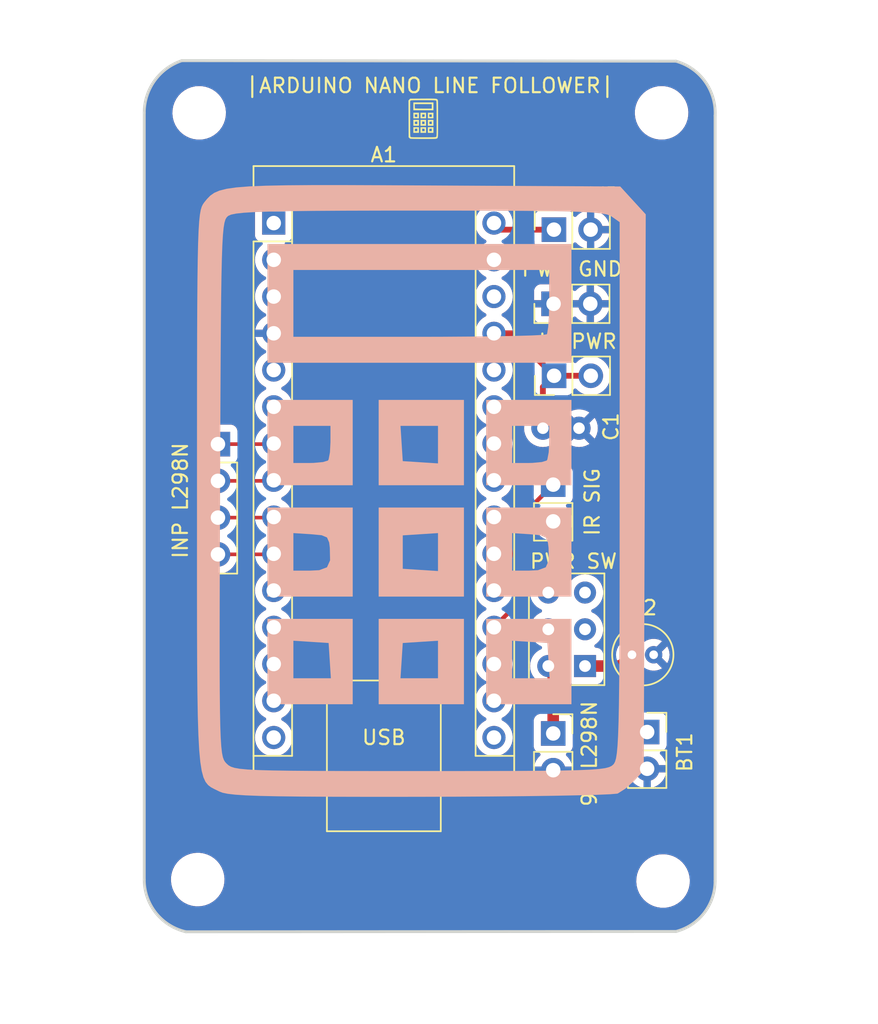
<source format=kicad_pcb>
(kicad_pcb (version 20221018) (generator pcbnew)
  (title_block (title "Arduino Nano Line Follower") (date "2023-10-10") (rev "0") (company "N/A") (comment 1 "N/A"))
  (layers (0 "F.Cu" signal) (31 "B.Cu" signal) (34 "B.Paste" user) (35 "F.Paste" user) (36 "B.SilkS" user "B.Silkscreen") (37 "F.SilkS" user "F.Silkscreen") (38 "B.Mask" user) (39 "F.Mask" user) (44 "Edge.Cuts" user))
  (net 0 "")
  (net 4 "GND")
  (net 7 "Net-(A1-D4)")
  (net 8 "Net-(A1-D5)")
  (net 9 "Net-(A1-D6)")
  (net 10 "Net-(A1-D7)")
  (net 19 "Net-(A1-A0)")
  (net 20 "Net-(A1-A1)")
  (net 27 "Net-(A1-+5V)")
  (net 29 "+5V")
  (net 30 "+9V")
  (net 31 "Net-(J5-Pin_1)")
  (footprint "Connector_PinSocket_2.54mm:PinSocket_1x02_P2.54mm_Vertical" (layer "F.Cu") (at 112.8 81.3)
    (fp_text reference "9V L298N" (at 2.5 1.4 90) (layer "F.SilkS"))
    (fp_text value "9v_gnd_l293d")
    (fp_line (start -1.33 1.27) (end -1.33 3.87) (stroke (width 0.12)) (layer "F.SilkS"))
    (fp_line (start -1.33 1.27) (end 1.33 1.27) (stroke (width 0.12)) (layer "F.SilkS"))
    (fp_line (start -1.33 3.87) (end 1.33 3.87) (stroke (width 0.12)) (layer "F.SilkS"))
    (fp_line (start 0 -1.33) (end 1.33 -1.33) (stroke (width 0.12)) (layer "F.SilkS"))
    (fp_line (start 1.33 -1.33) (end 1.33 0) (stroke (width 0.12)) (layer "F.SilkS"))
    (fp_line (start 1.33 1.27) (end 1.33 3.87) (stroke (width 0.12)) (layer "F.SilkS"))
    (pad "1" thru_hole rect (at 0 0) (size 1.7 1.7) (drill 1) (layers "*.Cu" "*.Mask") (net 31 "Net-(J5-Pin_1)"))
    (pad "2" thru_hole oval (at 0 2.54) (size 1.7 1.7) (drill 1) (layers "*.Cu" "*.Mask") (net 4 "GND"))
  )
  (footprint "Button_Switch_THT:SW_NKK_G1xJP" (layer "F.Cu") (at 115 76.64 180)
    (fp_text reference "PWR SW" (at 0.8 7.24) (layer "F.SilkS"))
    (fp_text value "pwr_switch")
    (fp_line (start -1.34112 -1.3208) (end 3.88112 -1.3208) (stroke (width 0.12)) (layer "F.SilkS"))
    (fp_line (start -1.34112 6.4008) (end -1.34112 -1.3208) (stroke (width 0.12)) (layer "F.SilkS"))
    (fp_line (start -1.34112 6.4008) (end 3.88112 6.4008) (stroke (width 0.12)) (layer "F.SilkS"))
    (fp_line (start 3.88112 -1.3208) (end 3.88112 6.4008) (stroke (width 0.12)) (layer "F.SilkS"))
    (pad "1" thru_hole rect (at 0 0 180) (size 1.524 1.524) (drill 0.8128) (layers "*.Cu" "*.Mask") (net 30 "+9V"))
    (pad "2" thru_hole circle (at 0 2.54 180) (size 1.524 1.524) (drill 0.8128) (layers "*.Cu" "*.Mask"))
    (pad "3" thru_hole circle (at 0 5.08 180) (size 1.524 1.524) (drill 0.8128) (layers "*.Cu" "*.Mask"))
    (pad "4" thru_hole circle (at 2.54 5.08 180) (size 1.524 1.524) (drill 0.8128) (layers "*.Cu" "*.Mask"))
    (pad "5" thru_hole circle (at 2.54 2.54 180) (size 1.524 1.524) (drill 0.8128) (layers "*.Cu" "*.Mask"))
    (pad "6" thru_hole circle (at 2.54 0 180) (size 1.524 1.524) (drill 0.8128) (layers "*.Cu" "*.Mask") (net 31 "Net-(J5-Pin_1)"))
  )
  (footprint "Connector_PinHeader_2.54mm:PinHeader_1x02_P2.54mm_Vertical" (layer "F.Cu") (at 112.8 64.1)
    (fp_text reference "IR SIG" (at 2.7 1.2 90) (layer "F.SilkS"))
    (fp_text value "ir_signal")
    (fp_line (start -1.33 -1.33) (end 0 -1.33) (stroke (width 0.12)) (layer "F.SilkS"))
    (fp_line (start -1.33 0) (end -1.33 -1.33) (stroke (width 0.12)) (layer "F.SilkS"))
    (fp_line (start -1.33 1.27) (end -1.33 3.87) (stroke (width 0.12)) (layer "F.SilkS"))
    (fp_line (start -1.33 1.27) (end 1.33 1.27) (stroke (width 0.12)) (layer "F.SilkS"))
    (fp_line (start -1.33 3.87) (end 1.33 3.87) (stroke (width 0.12)) (layer "F.SilkS"))
    (fp_line (start 1.33 1.27) (end 1.33 3.87) (stroke (width 0.12)) (layer "F.SilkS"))
    (pad "1" thru_hole rect (at 0 0) (size 1.7 1.7) (drill 1) (layers "*.Cu" "*.Mask") (net 20 "Net-(A1-A1)"))
    (pad "2" thru_hole oval (at 0 2.54) (size 1.7 1.7) (drill 1) (layers "*.Cu" "*.Mask") (net 19 "Net-(A1-A0)"))
  )
  (footprint "Connector_PinHeader_2.54mm:PinHeader_1x02_P2.54mm_Vertical" (layer "F.Cu") (at 112.825 51.6 90)
    (fp_text reference "PWR GND" (at 2.4 1.275 180) (layer "F.SilkS"))
    (fp_text value "gnd_ir_sensors_pins")
    (fp_line (start -1.33 -1.33) (end 0 -1.33) (stroke (width 0.12)) (layer "F.SilkS"))
    (fp_line (start -1.33 0) (end -1.33 -1.33) (stroke (width 0.12)) (layer "F.SilkS"))
    (fp_line (start -1.33 1.27) (end -1.33 3.87) (stroke (width 0.12)) (layer "F.SilkS"))
    (fp_line (start -1.33 1.27) (end 1.33 1.27) (stroke (width 0.12)) (layer "F.SilkS"))
    (fp_line (start -1.33 3.87) (end 1.33 3.87) (stroke (width 0.12)) (layer "F.SilkS"))
    (fp_line (start 1.33 1.27) (end 1.33 3.87) (stroke (width 0.12)) (layer "F.SilkS"))
    (pad "1" thru_hole rect (at 0 0 90) (size 1.7 1.7) (drill 1) (layers "*.Cu" "*.Mask") (net 4 "GND"))
    (pad "2" thru_hole oval (at 0 2.54 90) (size 1.7 1.7) (drill 1) (layers "*.Cu" "*.Mask") (net 4 "GND"))
  )
  (footprint "Connector_PinSocket_2.54mm:PinSocket_1x02_P2.54mm_Vertical" (layer "F.Cu") (at 119.3 81.2)
    (fp_text reference "BT1" (at 2.6 1.4 90) (layer "F.SilkS"))
    (fp_text value "Battery")
    (fp_line (start -1.33 1.27) (end -1.33 3.87) (stroke (width 0.12)) (layer "F.SilkS"))
    (fp_line (start -1.33 1.27) (end 1.33 1.27) (stroke (width 0.12)) (layer "F.SilkS"))
    (fp_line (start -1.33 3.87) (end 1.33 3.87) (stroke (width 0.12)) (layer "F.SilkS"))
    (fp_line (start 0 -1.33) (end 1.33 -1.33) (stroke (width 0.12)) (layer "F.SilkS"))
    (fp_line (start 1.33 -1.33) (end 1.33 0) (stroke (width 0.12)) (layer "F.SilkS"))
    (fp_line (start 1.33 1.27) (end 1.33 3.87) (stroke (width 0.12)) (layer "F.SilkS"))
    (pad "1" thru_hole rect (at 0 0) (size 1.7 1.7) (drill 1) (layers "*.Cu" "*.Mask") (net 30 "+9V"))
    (pad "2" thru_hole oval (at 0 2.54) (size 1.7 1.7) (drill 1) (layers "*.Cu" "*.Mask") (net 4 "GND"))
  )
  (footprint "MountingHole:MountingHole_3.2mm_M3" (layer "F.Cu") (at 88.2 91.4)
    (fp_text reference "REF**" hide)
    (fp_text value "MountingHole_3.2mm_M3")
    (pad "" np_thru_hole circle (at 0 0) (size 3.2 3.2) (drill 3.2) (layers "F&B.Cu" "*.Mask"))
  )
  (footprint "MountingHole:MountingHole_3.2mm_M3" (layer "F.Cu") (at 120.4 91.5)
    (fp_text reference "REF**" hide)
    (fp_text value "MountingHole_3.2mm_M3")
    (pad "" np_thru_hole circle (at 0 0) (size 3.2 3.2) (drill 3.2) (layers "F&B.Cu" "*.Mask"))
  )
  (footprint "Capacitor_THT:C_Radial_D4.0mm_H5.0mm_P1.50mm" (layer "F.Cu") (at 118.25 75.86)
    (fp_text reference "C2" (at 0.75 -3.25) (layer "F.SilkS"))
    (fp_text value "10u")
    (fp_circle (center 0.75 0) (end 2.87 0) (stroke (width 0.12)) (fill none) (layer "F.SilkS"))
    (pad "1" thru_hole circle (at 0 0) (size 1.2 1.2) (drill 0.6) (layers "*.Cu" "*.Mask") (net 30 "+9V"))
    (pad "2" thru_hole circle (at 1.5 0) (size 1.2 1.2) (drill 0.6) (layers "*.Cu" "*.Mask") (net 4 "GND"))
  )
  (footprint "Capacitor_THT:C_Disc_D3.0mm_W1.6mm_P2.50mm" (layer "F.Cu") (at 112.085 60.2)
    (fp_text reference "C1" (at 4.715 -0.1 90) (layer "F.SilkS"))
    (fp_text value "100n")
    (fp_line (start 0.621 -0.92) (end 1.879 -0.92) (stroke (width 0.12)) (layer "F.SilkS"))
    (fp_line (start 0.621 0.92) (end 1.879 0.92) (stroke (width 0.12)) (layer "F.SilkS"))
    (pad "1" thru_hole circle (at 0 0) (size 1.6 1.6) (drill 0.8) (layers "*.Cu" "*.Mask") (net 27 "Net-(A1-+5V)"))
    (pad "2" thru_hole circle (at 2.5 0) (size 1.6 1.6) (drill 0.8) (layers "*.Cu" "*.Mask") (net 4 "GND"))
  )
  (footprint "Connector_PinHeader_2.54mm:PinHeader_1x04_P2.54mm_Vertical" (layer "F.Cu") (at 89.6 61.3)
    (fp_text reference "INP L298N" (at -2.6 3.9 90) (layer "F.SilkS"))
    (fp_text value "l298_input_pins")
    (fp_line (start -1.33 -1.33) (end 0 -1.33) (stroke (width 0.12)) (layer "F.SilkS"))
    (fp_line (start -1.33 0) (end -1.33 -1.33) (stroke (width 0.12)) (layer "F.SilkS"))
    (fp_line (start -1.33 1.27) (end -1.33 8.95) (stroke (width 0.12)) (layer "F.SilkS"))
    (fp_line (start -1.33 1.27) (end 1.33 1.27) (stroke (width 0.12)) (layer "F.SilkS"))
    (fp_line (start -1.33 8.95) (end 1.33 8.95) (stroke (width 0.12)) (layer "F.SilkS"))
    (fp_line (start 1.33 1.27) (end 1.33 8.95) (stroke (width 0.12)) (layer "F.SilkS"))
    (pad "1" thru_hole rect (at 0 0) (size 1.7 1.7) (drill 1) (layers "*.Cu" "*.Mask") (net 7 "Net-(A1-D4)"))
    (pad "2" thru_hole oval (at 0 2.54) (size 1.7 1.7) (drill 1) (layers "*.Cu" "*.Mask") (net 8 "Net-(A1-D5)"))
    (pad "3" thru_hole oval (at 0 5.08) (size 1.7 1.7) (drill 1) (layers "*.Cu" "*.Mask") (net 9 "Net-(A1-D6)"))
    (pad "4" thru_hole oval (at 0 7.62) (size 1.7 1.7) (drill 1) (layers "*.Cu" "*.Mask") (net 10 "Net-(A1-D7)"))
  )
  (footprint "graphics:pcb_logo_3mmx3mm" (layer "F.Cu") (at 103.8 38.8)
    (fp_text reference "G***" hide)
    (fp_text value "LOGO" hide)
    (fp_poly (pts (xy -0.288251 0.788452) (xy -0.288251 0.983445) (xy -0.483244 0.983445) (xy -0.678237 0.983445) (xy -0.678237 0.864753) (xy -0.57836 0.864753) (xy -0.492651 0.864753) (xy -0.406942 0.864753) (xy -0.406942 0.779045) (xy -0.406942 0.693336) (xy -0.487483 0.698504) (xy -0.568024 0.703672) (xy -0.573192 0.784213) (xy -0.57836 0.864753) (xy -0.678237 0.864753) (xy -0.678237 0.788452) (xy -0.678237 0.593458) (xy -0.483244 0.593458) (xy -0.288251 0.593458)) (fill solid) (layer "F.SilkS"))
    (fp_poly (pts (xy 0.203472 -0.211949) (xy 0.203472 -0.016956) (xy 0.008478 -0.016956) (xy -0.186515 -0.016956) (xy -0.186515 -0.211949) (xy -0.186515 -0.288251) (xy -0.067823 -0.288251) (xy -0.067823 -0.202542) (xy -0.067823 -0.116833) (xy 0.012717 -0.122001) (xy 0.093258 -0.127169) (xy 0.098426 -0.20771) (xy 0.103594 -0.288251) (xy 0.017885 -0.288251) (xy -0.067823 -0.288251) (xy -0.186515 -0.288251) (xy -0.186515 -0.406942) (xy 0.008478 -0.406942) (xy 0.203472 -0.406942)) (fill solid) (layer "F.SilkS"))
    (fp_poly (pts (xy 0.203472 0.288251) (xy 0.203472 0.491723) (xy 0.008478 0.491723) (xy -0.186515 0.491723) (xy -0.186515 0.288251) (xy -0.186515 0.201614) (xy -0.067823 0.201614) (xy -0.067823 0.288251) (xy -0.067823 0.374889) (xy 0.012717 0.369721) (xy 0.093258 0.364553) (xy 0.093258 0.288251) (xy 0.093258 0.21195) (xy 0.012717 0.206782) (xy -0.067823 0.201614) (xy -0.186515 0.201614) (xy -0.186515 0.08478) (xy 0.008478 0.08478) (xy 0.203472 0.08478)) (fill solid) (layer "F.SilkS"))
    (fp_poly (pts (xy 0.203472 0.788452) (xy 0.203472 0.983445) (xy 0.008478 0.983445) (xy -0.186515 0.983445) (xy -0.186515 0.788452) (xy -0.186515 0.693336) (xy -0.067823 0.693336) (xy -0.067823 0.779045) (xy -0.067823 0.864753) (xy 0.017885 0.864753) (xy 0.103594 0.864753) (xy 0.098426 0.784213) (xy 0.093258 0.703672) (xy 0.012717 0.698504) (xy -0.067823 0.693336) (xy -0.186515 0.693336) (xy -0.186515 0.593458) (xy 0.008478 0.593458) (xy 0.203472 0.593458)) (fill solid) (layer "F.SilkS"))
    (fp_poly (pts (xy 0.71215 0.788452) (xy 0.71215 0.983445) (xy 0.517157 0.983445) (xy 0.322163 0.983445) (xy 0.322163 0.864753) (xy 0.422041 0.864753) (xy 0.50775 0.864753) (xy 0.593458 0.864753) (xy 0.593458 0.779045) (xy 0.593458 0.693336) (xy 0.512918 0.698504) (xy 0.432377 0.703672) (xy 0.427209 0.784213) (xy 0.422041 0.864753) (xy 0.322163 0.864753) (xy 0.322163 0.788452) (xy 0.322163 0.593458) (xy 0.517157 0.593458) (xy 0.71215 0.593458)) (fill solid) (layer "F.SilkS"))
    (fp_poly (pts (xy -0.288251 -0.211949) (xy -0.288251 -0.016956) (xy -0.483244 -0.016956) (xy -0.678237 -0.016956) (xy -0.678237 -0.211949) (xy -0.678237 -0.288251) (xy -0.576502 -0.288251) (xy -0.576502 -0.214775) (xy -0.574097 -0.167194) (xy -0.568059 -0.135257) (xy -0.565198 -0.129995) (xy -0.542615 -0.123045) (xy -0.499387 -0.119061) (xy -0.480418 -0.118691) (xy -0.406942 -0.118691) (xy -0.406942 -0.203471) (xy -0.406942 -0.288251) (xy -0.491722 -0.288251) (xy -0.576502 -0.288251) (xy -0.678237 -0.288251) (xy -0.678237 -0.406942) (xy -0.483244 -0.406942) (xy -0.288251 -0.406942)) (fill solid) (layer "F.SilkS"))
    (fp_poly (pts (xy -0.288251 0.288251) (xy -0.288251 0.491723) (xy -0.483244 0.491723) (xy -0.678237 0.491723) (xy -0.678237 0.325992) (xy -0.574719 0.325992) (xy -0.560589 0.357755) (xy -0.525016 0.371003) (xy -0.483776 0.373031) (xy -0.406942 0.373031) (xy -0.406942 0.287322) (xy -0.406942 0.201614) (xy -0.487483 0.206782) (xy -0.536245 0.211404) (xy -0.560716 0.221649) (xy -0.570491 0.244424) (xy -0.573457 0.268671) (xy -0.574719 0.325992) (xy -0.678237 0.325992) (xy -0.678237 0.288251) (xy -0.678237 0.08478) (xy -0.483244 0.08478) (xy -0.288251 0.08478)) (fill solid) (layer "F.SilkS"))
    (fp_poly (pts (xy 0.71215 -0.211949) (xy 0.71215 -0.016956) (xy 0.517157 -0.016956) (xy 0.322163 -0.016956) (xy 0.322163 -0.211949) (xy 0.322163 -0.288251) (xy 0.423899 -0.288251) (xy 0.423899 -0.214775) (xy 0.426304 -0.167194) (xy 0.432341 -0.135257) (xy 0.435203 -0.129995) (xy 0.457785 -0.123045) (xy 0.501014 -0.119061) (xy 0.519983 -0.118691) (xy 0.593458 -0.118691) (xy 0.593458 -0.203471) (xy 0.593458 -0.288251) (xy 0.508679 -0.288251) (xy 0.423899 -0.288251) (xy 0.322163 -0.288251) (xy 0.322163 -0.406942) (xy 0.517157 -0.406942) (xy 0.71215 -0.406942)) (fill solid) (layer "F.SilkS"))
    (fp_poly (pts (xy 0.71215 0.288251) (xy 0.71215 0.491723) (xy 0.517157 0.491723) (xy 0.322163 0.491723) (xy 0.322163 0.325992) (xy 0.425681 0.325992) (xy 0.439811 0.357755) (xy 0.475385 0.371003) (xy 0.516624 0.373031) (xy 0.593458 0.373031) (xy 0.593458 0.287322) (xy 0.593458 0.201614) (xy 0.512918 0.206782) (xy 0.464155 0.211404) (xy 0.439684 0.221649) (xy 0.429909 0.244424) (xy 0.426943 0.268671) (xy 0.425681 0.325992) (xy 0.322163 0.325992) (xy 0.322163 0.288251) (xy 0.322163 0.08478) (xy 0.517157 0.08478) (xy 0.71215 0.08478)) (fill solid) (layer "F.SilkS"))
    (fp_poly (pts (xy 0.71215 -0.847797) (xy 0.71215 -0.576502) (xy 0.016956 -0.576502) (xy -0.678237 -0.576502) (xy -0.678237 -0.847797) (xy -0.678237 -1.0004) (xy -0.576502 -1.0004) (xy -0.576502 -0.859101) (xy -0.575229 -0.792879) (xy -0.57184 -0.740288) (xy -0.566982 -0.710052) (xy -0.565198 -0.706497) (xy -0.546144 -0.703819) (xy -0.497184 -0.701367) (xy -0.422325 -0.699219) (xy -0.325571 -0.697453) (xy -0.210929 -0.696145) (xy -0.082405 -0.695373) (xy 0.019782 -0.695193) (xy 0.593458 -0.695193) (xy 0.593458 -0.847797) (xy 0.593458 -1.0004) (xy 0.008478 -1.0004) (xy -0.576502 -1.0004) (xy -0.678237 -1.0004) (xy -0.678237 -1.119092) (xy 0.016956 -1.119092) (xy 0.71215 -1.119092)) (fill solid) (layer "F.SilkS"))
    (fp_poly (pts (xy 0.505528 -1.388219) (xy 0.624049 -1.387366) (xy 0.719834 -1.385463) (xy 0.79568 -1.382297) (xy 0.854379 -1.377656) (xy 0.898726 -1.371328) (xy 0.931516 -1.3631) (xy 0.955541 -1.352762) (xy 0.973597 -1.3401) (xy 0.988478 -1.324902) (xy 1.000976 -1.309503) (xy 1.007208 -1.30074) (xy 1.012611 -1.289845) (xy 1.017245 -1.274482) (xy 1.021167 -1.252319) (xy 1.024438 -1.22102) (xy 1.027117 -1.178251) (xy 1.029262 -1.121678) (xy 1.030932 -1.048966) (xy 1.032188 -0.957781) (xy 1.033087 -0.845788) (xy 1.033689 -0.710654) (xy 1.034054 -0.550043) (xy 1.03424 -0.361621) (xy 1.034306 -0.143055) (xy 1.034313 0.006992) (xy 1.034353 0.249892) (xy 1.034359 0.461169) (xy 1.034162 0.643112) (xy 1.033593 0.798009) (xy 1.032481 0.928147) (xy 1.030658 1.035817) (xy 1.027953 1.123307) (xy 1.024196 1.192904) (xy 1.019219 1.246898) (xy 1.012851 1.287577) (xy 1.004923 1.31723) (xy 0.995265 1.338145) (xy 0.983708 1.35261) (xy 0.970082 1.362915) (xy 0.954217 1.371347) (xy 0.935944 1.380195) (xy 0.93239 1.382006) (xy 0.917138 1.387775) (xy 0.893754 1.392609) (xy 0.859475 1.396579) (xy 0.811539 1.399759) (xy 0.74718 1.402223) (xy 0.663635 1.404043) (xy 0.558141 1.405291) (xy 0.427935 1.406042) (xy 0.270252 1.406368) (xy 0.08233 1.406342) (xy 0.013559 1.406269) (xy -0.155965 1.405793) (xy -0.315886 1.40483) (xy -0.462865 1.403437) (xy -0.593568 1.401669) (xy -0.704658 1.399582) (xy -0.792798 1.397231) (xy -0.854652 1.394672) (xy -0.886884 1.391962) (xy -0.890187 1.391167) (xy -0.924773 1.369273) (xy -0.96336 1.334844) (xy -0.966488 1.331536) (xy -1.008878 1.285931) (xy -1.013433 0.015691) (xy -1.013475 0.003866) (xy -0.898665 0.003866) (xy -0.898614 0.238239) (xy -0.898426 0.441035) (xy -0.898049 0.614589) (xy -0.897432 0.761236) (xy -0.89652 0.88331) (xy -0.895263 0.983146) (xy -0.893608 1.063079) (xy -0.891503 1.125444) (xy -0.888896 1.172576) (xy -0.885733 1.206809) (xy -0.881964 1.230479) (xy -0.877535 1.245919) (xy -0.872395 1.255465) (xy -0.870603 1.257644) (xy -0.862737 1.264634) (xy -0.850984 1.27049) (xy -0.832501 1.275311) (xy -0.804445 1.279198) (xy -0.763976 1.28225) (xy -0.708249 1.284568) (xy -0.634423 1.286251) (xy -0.539656 1.2874) (xy -0.421104 1.288113) (xy -0.275926 1.288492) (xy -0.101279 1.288636) (xy 0.011106 1.288652) (xy 0.203173 1.288617) (xy 0.364199 1.288438) (xy 0.497057 1.288004) (xy 0.604618 1.287204) (xy 0.689755 1.285929) (xy 0.755338 1.284066) (xy 0.80424 1.281506) (xy 0.839333 1.278137) (xy 0.863488 1.273849) (xy 0.879576 1.268531) (xy 0.890471 1.262073) (xy 0.898993 1.254412) (xy 0.905514 1.247282) (xy 0.911139 1.238285) (xy 0.915924 1.22505) (xy 0.919924 1.205206) (xy 0.923196 1.17638) (xy 0.925796 1.136201) (xy 0.92778 1.082298) (xy 0.929204 1.012297) (xy 0.930124 0.923829) (xy 0.930596 0.81452) (xy 0.930676 0.682) (xy 0.930419 0.523896) (xy 0.929883 0.337837) (xy 0.929123 0.12145) (xy 0.928666 -0.001699) (xy 0.927771 -0.234621) (xy 0.926905 -0.435983) (xy 0.925997 -0.608135) (xy 0.924976 -0.753427) (xy 0.923772 -0.874211) (xy 0.922313 -0.972837) (xy 0.920529 -1.051656) (xy 0.918349 -1.113019) (xy 0.915703 -1.159276) (xy 0.91252 -1.192779) (xy 0.908729 -1.215877) (xy 0.90426 -1.230923) (xy 0.899041 -1.240266) (xy 0.893002 -1.246258) (xy 0.891185 -1.247633) (xy 0.878756 -1.253229) (xy 0.856294 -1.257918) (xy 0.82111 -1.261776) (xy 0.770518 -1.264875) (xy 0.70183 -1.26729) (xy 0.612359 -1.269095) (xy 0.499418 -1.270364) (xy 0.360319 -1.271171) (xy 0.192376 -1.271589) (xy 0.017488 -1.271695) (xy -0.175885 -1.271589) (xy -0.338168 -1.271215) (xy -0.472184 -1.270487) (xy -0.580754 -1.269321) (xy -0.666701 -1.267632) (xy -0.732845 -1.265336) (xy -0.78201 -1.262347) (xy -0.817016 -1.258581) (xy -0.840687 -1.253952) (xy -0.855843 -1.248377) (xy -0.86098 -1.2453) (xy -0.898665 -1.218905) (xy -0.898665 0.003866) (xy -1.013475 0.003866) (xy -1.017987 -1.254548) (xy -0.959638 -1.318229) (xy -0.901289 -1.381909) (xy -0.014382 -1.386595) (xy 0.189107 -1.387622) (xy 0.361479 -1.388233)) (fill solid) (layer "F.SilkS"))
  )
  (footprint "MountingHole:MountingHole_3.2mm_M3" (layer "F.Cu") (at 120.3 38.4)
    (fp_text reference "REF**" hide)
    (fp_text value "MountingHole_3.2mm_M3")
    (pad "" np_thru_hole circle (at 0 0) (size 3.2 3.2) (drill 3.2) (layers "F&B.Cu" "*.Mask"))
  )
  (footprint "MountingHole:MountingHole_3.2mm_M3" (layer "F.Cu") (at 88.3 38.4)
    (fp_text reference "REF**" hide)
    (fp_text value "MountingHole_3.2mm_M3")
    (pad "" np_thru_hole circle (at 0 0) (size 3.2 3.2) (drill 3.2) (layers "*.Cu" "*.Mask"))
  )
  (footprint "Module:Arduino_Nano" (layer "F.Cu") (at 93.46 46.02)
    (fp_text reference "A1" (at 7.62 -4.72) (layer "F.SilkS"))
    (fp_text value "Arduino_Nano_Every")
    (fp_text user "USB" (at 7.62 35.56 unlocked) (layer "F.SilkS"))
    (fp_line (start -1.4 -3.94) (end -1.4 -1.27) (stroke (width 0.12)) (layer "F.SilkS"))
    (fp_line (start -1.4 1.27) (end -1.4 39.5) (stroke (width 0.12)) (layer "F.SilkS"))
    (fp_line (start -1.4 39.5) (end 3.68 39.5) (stroke (width 0.12)) (layer "F.SilkS"))
    (fp_line (start 1.27 -1.27) (end -1.4 -1.27) (stroke (width 0.12)) (layer "F.SilkS"))
    (fp_line (start 1.27 1.27) (end -1.4 1.27) (stroke (width 0.12)) (layer "F.SilkS"))
    (fp_line (start 1.27 1.27) (end 1.27 -1.27) (stroke (width 0.12)) (layer "F.SilkS"))
    (fp_line (start 1.27 1.27) (end 1.27 36.83) (stroke (width 0.12)) (layer "F.SilkS"))
    (fp_line (start 1.27 36.83) (end -1.4 36.83) (stroke (width 0.12)) (layer "F.SilkS"))
    (fp_line (start 3.68 31.62) (end 11.56 31.62) (stroke (width 0.12)) (layer "F.SilkS"))
    (fp_line (start 3.68 42.04) (end 3.68 31.62) (stroke (width 0.12)) (layer "F.SilkS"))
    (fp_line (start 11.56 31.62) (end 11.56 42.04) (stroke (width 0.12)) (layer "F.SilkS"))
    (fp_line (start 11.56 42.04) (end 3.68 42.04) (stroke (width 0.12)) (layer "F.SilkS"))
    (fp_line (start 13.97 -1.27) (end 13.97 36.83) (stroke (width 0.12)) (layer "F.SilkS"))
    (fp_line (start 13.97 -1.27) (end 16.64 -1.27) (stroke (width 0.12)) (layer "F.SilkS"))
    (fp_line (start 13.97 36.83) (end 16.64 36.83) (stroke (width 0.12)) (layer "F.SilkS"))
    (fp_line (start 16.64 -3.94) (end -1.4 -3.94) (stroke (width 0.12)) (layer "F.SilkS"))
    (fp_line (start 16.64 39.5) (end 11.56 39.5) (stroke (width 0.12)) (layer "F.SilkS"))
    (fp_line (start 16.64 39.5) (end 16.64 -3.94) (stroke (width 0.12)) (layer "F.SilkS"))
    (pad "1" thru_hole rect (at 0 0) (size 1.6 1.6) (drill 1) (layers "*.Cu" "*.Mask"))
    (pad "2" thru_hole oval (at 0 2.54) (size 1.6 1.6) (drill 1) (layers "*.Cu" "*.Mask"))
    (pad "3" thru_hole oval (at 0 5.08) (size 1.6 1.6) (drill 1) (layers "*.Cu" "*.Mask"))
    (pad "4" thru_hole oval (at 0 7.62) (size 1.6 1.6) (drill 1) (layers "*.Cu" "*.Mask") (net 4 "GND"))
    (pad "5" thru_hole oval (at 0 10.16) (size 1.6 1.6) (drill 1) (layers "*.Cu" "*.Mask"))
    (pad "6" thru_hole oval (at 0 12.7) (size 1.6 1.6) (drill 1) (layers "*.Cu" "*.Mask"))
    (pad "7" thru_hole oval (at 0 15.24) (size 1.6 1.6) (drill 1) (layers "*.Cu" "*.Mask") (net 7 "Net-(A1-D4)"))
    (pad "8" thru_hole oval (at 0 17.78) (size 1.6 1.6) (drill 1) (layers "*.Cu" "*.Mask") (net 8 "Net-(A1-D5)"))
    (pad "9" thru_hole oval (at 0 20.32) (size 1.6 1.6) (drill 1) (layers "*.Cu" "*.Mask") (net 9 "Net-(A1-D6)"))
    (pad "10" thru_hole oval (at 0 22.86) (size 1.6 1.6) (drill 1) (layers "*.Cu" "*.Mask") (net 10 "Net-(A1-D7)"))
    (pad "11" thru_hole oval (at 0 25.4) (size 1.6 1.6) (drill 1) (layers "*.Cu" "*.Mask"))
    (pad "12" thru_hole oval (at 0 27.94) (size 1.6 1.6) (drill 1) (layers "*.Cu" "*.Mask"))
    (pad "13" thru_hole oval (at 0 30.48) (size 1.6 1.6) (drill 1) (layers "*.Cu" "*.Mask"))
    (pad "14" thru_hole oval (at 0 33.02) (size 1.6 1.6) (drill 1) (layers "*.Cu" "*.Mask"))
    (pad "15" thru_hole oval (at 0 35.56) (size 1.6 1.6) (drill 1) (layers "*.Cu" "*.Mask"))
    (pad "16" thru_hole oval (at 15.24 35.56) (size 1.6 1.6) (drill 1) (layers "*.Cu" "*.Mask"))
    (pad "17" thru_hole oval (at 15.24 33.02) (size 1.6 1.6) (drill 1) (layers "*.Cu" "*.Mask"))
    (pad "18" thru_hole oval (at 15.24 30.48) (size 1.6 1.6) (drill 1) (layers "*.Cu" "*.Mask"))
    (pad "19" thru_hole oval (at 15.24 27.94) (size 1.6 1.6) (drill 1) (layers "*.Cu" "*.Mask") (net 19 "Net-(A1-A0)"))
    (pad "20" thru_hole oval (at 15.24 25.4) (size 1.6 1.6) (drill 1) (layers "*.Cu" "*.Mask") (net 20 "Net-(A1-A1)"))
    (pad "21" thru_hole oval (at 15.24 22.86) (size 1.6 1.6) (drill 1) (layers "*.Cu" "*.Mask"))
    (pad "22" thru_hole oval (at 15.24 20.32) (size 1.6 1.6) (drill 1) (layers "*.Cu" "*.Mask"))
    (pad "23" thru_hole oval (at 15.24 17.78) (size 1.6 1.6) (drill 1) (layers "*.Cu" "*.Mask"))
    (pad "24" thru_hole oval (at 15.24 15.24) (size 1.6 1.6) (drill 1) (layers "*.Cu" "*.Mask"))
    (pad "25" thru_hole oval (at 15.24 12.7) (size 1.6 1.6) (drill 1) (layers "*.Cu" "*.Mask"))
    (pad "26" thru_hole oval (at 15.24 10.16) (size 1.6 1.6) (drill 1) (layers "*.Cu" "*.Mask"))
    (pad "27" thru_hole oval (at 15.24 7.62) (size 1.6 1.6) (drill 1) (layers "*.Cu" "*.Mask") (net 27 "Net-(A1-+5V)"))
    (pad "28" thru_hole oval (at 15.24 5.08) (size 1.6 1.6) (drill 1) (layers "*.Cu" "*.Mask"))
    (pad "29" thru_hole oval (at 15.24 2.54) (size 1.6 1.6) (drill 1) (layers "*.Cu" "*.Mask") (net 4 "GND"))
    (pad "30" thru_hole oval (at 15.24 0) (size 1.6 1.6) (drill 1) (layers "*.Cu" "*.Mask") (net 29 "+5V"))
  )
  (footprint "Connector_PinSocket_2.54mm:PinSocket_1x02_P2.54mm_Vertical" (layer "F.Cu") (at 112.85 46.475 90)
    (fp_text reference "ARD PWR" (at 2.375 1.15 180) (layer "F.SilkS"))
    (fp_text value "arduino_vcc_gnd")
    (fp_line (start -1.33 1.27) (end -1.33 3.87) (stroke (width 0.12)) (layer "F.SilkS"))
    (fp_line (start -1.33 1.27) (end 1.33 1.27) (stroke (width 0.12)) (layer "F.SilkS"))
    (fp_line (start -1.33 3.87) (end 1.33 3.87) (stroke (width 0.12)) (layer "F.SilkS"))
    (fp_line (start 0 -1.33) (end 1.33 -1.33) (stroke (width 0.12)) (layer "F.SilkS"))
    (fp_line (start 1.33 -1.33) (end 1.33 0) (stroke (width 0.12)) (layer "F.SilkS"))
    (fp_line (start 1.33 1.27) (end 1.33 3.87) (stroke (width 0.12)) (layer "F.SilkS"))
    (pad "1" thru_hole rect (at 0 0 90) (size 1.7 1.7) (drill 1) (layers "*.Cu" "*.Mask") (net 29 "+5V"))
    (pad "2" thru_hole oval (at 0 2.54 90) (size 1.7 1.7) (drill 1) (layers "*.Cu" "*.Mask") (net 4 "GND"))
  )
  (footprint "Connector_PinHeader_2.54mm:PinHeader_1x02_P2.54mm_Vertical" (layer "F.Cu") (at 112.86 56.575 90)
    (fp_text reference "IR PWR" (at 2.375 1.64 180) (layer "F.SilkS"))
    (fp_text value "5v_ir_sensors_pins")
    (fp_line (start -1.33 -1.33) (end 0 -1.33) (stroke (width 0.12)) (layer "F.SilkS"))
    (fp_line (start -1.33 0) (end -1.33 -1.33) (stroke (width 0.12)) (layer "F.SilkS"))
    (fp_line (start -1.33 1.27) (end -1.33 3.87) (stroke (width 0.12)) (layer "F.SilkS"))
    (fp_line (start -1.33 1.27) (end 1.33 1.27) (stroke (width 0.12)) (layer "F.SilkS"))
    (fp_line (start -1.33 3.87) (end 1.33 3.87) (stroke (width 0.12)) (layer "F.SilkS"))
    (fp_line (start 1.33 1.27) (end 1.33 3.87) (stroke (width 0.12)) (layer "F.SilkS"))
    (pad "1" thru_hole rect (at 0 0 90) (size 1.7 1.7) (drill 1) (layers "*.Cu" "*.Mask") (net 27 "Net-(A1-+5V)"))
    (pad "2" thru_hole oval (at 0 2.54 90) (size 1.7 1.7) (drill 1) (layers "*.Cu" "*.Mask") (net 27 "Net-(A1-+5V)"))
  )
  (footprint "graphics:pcb_logo_45mmx45mm" (layer "B.Cu") (at 103.8 64.4 180)
    (fp_text reference "G***" hide)
    (fp_text value "LOGO" hide)
    (fp_poly (pts (xy -4.361616 -11.930303) (xy -4.361616 -14.880808) (xy -7.312121 -14.880808) (xy -10.262626 -14.880808) (xy -10.262626 -13.084849) (xy -8.751347 -13.084849) (xy -7.454461 -13.084849) (xy -6.157575 -13.084849) (xy -6.157575 -11.787963) (xy -6.157575 -10.491077) (xy -7.376262 -10.569276) (xy -8.594949 -10.647475) (xy -8.673148 -11.866162) (xy -8.751347 -13.084849) (xy -10.262626 -13.084849) (xy -10.262626 -11.930303) (xy -10.262626 -8.979798) (xy -7.312121 -8.979798) (xy -4.361616 -8.979798)) (fill solid) (layer "B.SilkS"))
    (fp_poly (pts (xy 3.078788 -11.930303) (xy 3.078788 -14.880808) (xy 0.128283 -14.880808) (xy -2.822222 -14.880808) (xy -2.822222 -11.930303) (xy -2.822222 -10.491077) (xy -1.026262 -10.491077) (xy -1.026262 -11.787963) (xy -1.026262 -13.084849) (xy 0.270623 -13.084849) (xy 1.567509 -13.084849) (xy 1.48931 -11.866162) (xy 1.411111 -10.647475) (xy 0.192425 -10.569276) (xy -1.026262 -10.491077) (xy -2.822222 -10.491077) (xy -2.822222 -8.979798) (xy 0.128283 -8.979798) (xy 3.078788 -8.979798)) (fill solid) (layer "B.SilkS"))
    (fp_poly (pts (xy 3.078788 -4.361616) (xy 3.078788 -7.440404) (xy 0.128283 -7.440404) (xy -2.822222 -7.440404) (xy -2.822222 -4.361616) (xy -2.822222 -3.050673) (xy -1.026262 -3.050673) (xy -1.026262 -4.361616) (xy -1.026262 -5.67256) (xy 0.192425 -5.594361) (xy 1.411111 -5.516162) (xy 1.411111 -4.361616) (xy 1.411111 -3.207071) (xy 0.192425 -3.128872) (xy -1.026262 -3.050673) (xy -2.822222 -3.050673) (xy -2.822222 -1.282829) (xy 0.128283 -1.282829) (xy 3.078788 -1.282829)) (fill solid) (layer "B.SilkS"))
    (fp_poly (pts (xy 3.078788 3.20707) (xy 3.078788 0.256565) (xy 0.128283 0.256565) (xy -2.822222 0.256565) (xy -2.822222 3.20707) (xy -2.822222 4.361616) (xy -1.026262 4.361616) (xy -1.026262 3.06473) (xy -1.026262 1.767844) (xy 0.192425 1.846043) (xy 1.411111 1.924242) (xy 1.48931 3.142929) (xy 1.567509 4.361616) (xy 0.270623 4.361616) (xy -1.026262 4.361616) (xy -2.822222 4.361616) (xy -2.822222 6.157575) (xy 0.128283 6.157575) (xy 3.078788 6.157575)) (fill solid) (layer "B.SilkS"))
    (fp_poly (pts (xy 10.775758 -11.930303) (xy 10.775758 -14.880808) (xy 7.825253 -14.880808) (xy 4.874748 -14.880808) (xy 4.874748 -13.084849) (xy 6.386027 -13.084849) (xy 7.682912 -13.084849) (xy 8.979798 -13.084849) (xy 8.979798 -11.787963) (xy 8.979798 -10.491077) (xy 7.761111 -10.569276) (xy 6.542425 -10.647475) (xy 6.464226 -11.866162) (xy 6.386027 -13.084849) (xy 4.874748 -13.084849) (xy 4.874748 -11.930303) (xy 4.874748 -8.979798) (xy 7.825253 -8.979798) (xy 10.775758 -8.979798)) (fill solid) (layer "B.SilkS"))
    (fp_poly (pts (xy -4.361616 -4.361616) (xy -4.361616 -7.440404) (xy -7.312121 -7.440404) (xy -10.262626 -7.440404) (xy -10.262626 -4.932679) (xy -8.696259 -4.932679) (xy -8.482456 -5.413299) (xy -7.944183 -5.613756) (xy -7.320173 -5.644445) (xy -6.157575 -5.644445) (xy -6.157575 -4.347559) (xy -6.157575 -3.050673) (xy -7.376262 -3.128872) (xy -8.114102 -3.198814) (xy -8.484377 -3.353835) (xy -8.632286 -3.698456) (xy -8.677168 -4.065334) (xy -8.696259 -4.932679) (xy -10.262626 -4.932679) (xy -10.262626 -4.361616) (xy -10.262626 -1.282829) (xy -7.312121 -1.282829) (xy -4.361616 -1.282829)) (fill solid) (layer "B.SilkS"))
    (fp_poly (pts (xy -4.361616 3.20707) (xy -4.361616 0.256565) (xy -7.312121 0.256565) (xy -10.262626 0.256565) (xy -10.262626 3.20707) (xy -10.262626 4.361616) (xy -8.723232 4.361616) (xy -8.723232 3.249831) (xy -8.686842 2.52987) (xy -8.595486 2.046618) (xy -8.552188 1.967003) (xy -8.210489 1.861838) (xy -7.556385 1.801546) (xy -7.26936 1.795959) (xy -6.157575 1.795959) (xy -6.157575 3.078788) (xy -6.157575 4.361616) (xy -7.440404 4.361616) (xy -8.723232 4.361616) (xy -10.262626 4.361616) (xy -10.262626 6.157575) (xy -7.312121 6.157575) (xy -4.361616 6.157575)) (fill solid) (layer "B.SilkS"))
    (fp_poly (pts (xy 10.775758 -4.361616) (xy 10.775758 -7.440404) (xy 7.825253 -7.440404) (xy 4.874748 -7.440404) (xy 4.874748 -4.932679) (xy 6.441114 -4.932679) (xy 6.654918 -5.413299) (xy 7.19319 -5.613756) (xy 7.817201 -5.644445) (xy 8.979798 -5.644445) (xy 8.979798 -4.347559) (xy 8.979798 -3.050673) (xy 7.761111 -3.128872) (xy 7.023272 -3.198814) (xy 6.652997 -3.353835) (xy 6.505087 -3.698456) (xy 6.460206 -4.065334) (xy 6.441114 -4.932679) (xy 4.874748 -4.932679) (xy 4.874748 -4.361616) (xy 4.874748 -1.282829) (xy 7.825253 -1.282829) (xy 10.775758 -1.282829)) (fill solid) (layer "B.SilkS"))
    (fp_poly (pts (xy 10.775758 3.20707) (xy 10.775758 0.256565) (xy 7.825253 0.256565) (xy 4.874748 0.256565) (xy 4.874748 3.20707) (xy 4.874748 4.361616) (xy 6.414142 4.361616) (xy 6.414142 3.249831) (xy 6.450532 2.52987) (xy 6.541887 2.046618) (xy 6.585185 1.967003) (xy 6.926884 1.861838) (xy 7.580989 1.801546) (xy 7.868014 1.795959) (xy 8.979798 1.795959) (xy 8.979798 3.078788) (xy 8.979798 4.361616) (xy 7.69697 4.361616) (xy 6.414142 4.361616) (xy 4.874748 4.361616) (xy 4.874748 6.157575) (xy 7.825253 6.157575) (xy 10.775758 6.157575)) (fill solid) (layer "B.SilkS"))
    (fp_poly (pts (xy 10.775758 12.828283) (xy 10.775758 8.723232) (xy 0.256566 8.723232) (xy -10.262626 8.723232) (xy -10.262626 12.828283) (xy -10.262626 15.137373) (xy -8.723232 15.137373) (xy -8.723232 12.999326) (xy -8.703968 11.997298) (xy -8.652694 11.201537) (xy -8.579186 10.744026) (xy -8.552188 10.690235) (xy -8.263877 10.649708) (xy -7.523053 10.612609) (xy -6.39033 10.580109) (xy -4.926322 10.55338) (xy -3.191643 10.533593) (xy -1.246907 10.521919) (xy 0.299327 10.519192) (xy 8.979798 10.519192) (xy 8.979798 12.828283) (xy 8.979798 15.137373) (xy 0.128283 15.137373) (xy -8.723232 15.137373) (xy -10.262626 15.137373) (xy -10.262626 16.933333) (xy 0.256566 16.933333) (xy 10.775758 16.933333)) (fill solid) (layer "B.SilkS"))
    (fp_poly (pts (xy 7.649301 21.005583) (xy 9.44267 20.992679) (xy 10.892036 20.963878) (xy 12.039677 20.91597) (xy 12.927873 20.845745) (xy 13.598904 20.749993) (xy 14.095049 20.625504) (xy 14.458588 20.469067) (xy 14.731801 20.277473) (xy 14.956966 20.047511) (xy 15.14607 19.814509) (xy 15.240373 19.681912) (xy 15.322131 19.517048) (xy 15.392241 19.284597) (xy 15.451596 18.949235) (xy 15.50109 18.47564) (xy 15.541618 17.82849) (xy 15.574074 16.972463) (xy 15.599354 15.872235) (xy 15.618351 14.492485) (xy 15.631959 12.79789) (xy 15.641074 10.753128) (xy 15.64659 8.322876) (xy 15.649401 5.471812) (xy 15.650402 2.164614) (xy 15.650505 -0.105796) (xy 15.651108 -3.781195) (xy 15.651205 -6.978095) (xy 15.64823 -9.731125) (xy 15.639615 -12.074912) (xy 15.622795 -14.044085) (xy 15.595201 -15.673273) (xy 15.554267 -16.997103) (xy 15.497427 -18.050204) (xy 15.422114 -18.867204) (xy 15.32576 -19.482732) (xy 15.2058 -19.931415) (xy 15.059665 -20.247883) (xy 14.88479 -20.466762) (xy 14.678607 -20.622683) (xy 14.43855 -20.750272) (xy 14.162052 -20.884159) (xy 14.108278 -20.911567) (xy 13.877491 -20.998859) (xy 13.523666 -21.071991) (xy 13.004988 -21.132067) (xy 12.27964 -21.180192) (xy 11.305804 -21.217469) (xy 10.041666 -21.245004) (xy 8.445407 -21.263899) (xy 6.475213 -21.275259) (xy 4.089265 -21.280189) (xy 1.245749 -21.279792) (xy 0.205166 -21.278687) (xy -2.359966 -21.271487) (xy -4.77977 -21.256925) (xy -7.003765 -21.235846) (xy -8.981469 -21.209092) (xy -10.662399 -21.177508) (xy -11.996073 -21.141936) (xy -12.932011 -21.103221) (xy -13.419729 -21.062206) (xy -13.469697 -21.050179) (xy -13.993035 -20.718901) (xy -14.576901 -20.197939) (xy -14.624242 -20.14788) (xy -15.265656 -19.457825) (xy -15.334574 -0.237427) (xy -15.335216 -0.058488) (xy -13.59798 -0.058488) (xy -13.597209 -3.604862) (xy -13.59437 -6.673435) (xy -13.588672 -9.299535) (xy -13.579324 -11.518491) (xy -13.565536 -13.365632) (xy -13.546516 -14.876286) (xy -13.521475 -16.085782) (xy -13.48962 -17.029448) (xy -13.450163 -17.742613) (xy -13.402311 -18.260606) (xy -13.345275 -18.618754) (xy -13.278262 -18.852388) (xy -13.200484 -18.996834) (xy -13.173367 -19.029798) (xy -13.054346 -19.13557) (xy -12.876504 -19.224177) (xy -12.596832 -19.297131) (xy -12.17232 -19.355944) (xy -11.559961 -19.402129) (xy -10.716744 -19.437199) (xy -9.599661 -19.462666) (xy -8.165703 -19.480043) (xy -6.371861 -19.490842) (xy -4.175126 -19.496576) (xy -1.532489 -19.498757) (xy 0.168048 -19.49899) (xy 3.074265 -19.498459) (xy 5.510804 -19.495749) (xy 7.521119 -19.489184) (xy 9.148664 -19.477089) (xy 10.436891 -19.457788) (xy 11.429254 -19.429605) (xy 12.169208 -19.390864) (xy 12.700204 -19.33989) (xy 13.065697 -19.275008) (xy 13.30914 -19.19454) (xy 13.473986 -19.096813) (xy 13.602938 -18.980901) (xy 13.701612 -18.873007) (xy 13.786724 -18.736875) (xy 13.859122 -18.536617) (xy 13.919654 -18.236346) (xy 13.969168 -17.800175) (xy 14.008511 -17.192216) (xy 14.038531 -16.376581) (xy 14.060076 -15.317385) (xy 14.073994 -13.978738) (xy 14.081132 -12.324754) (xy 14.082339 -10.319546) (xy 14.078461 -7.927226) (xy 14.070348 -5.111906) (xy 14.058845 -1.8377) (xy 14.051928 0.025707) (xy 14.038392 3.550135) (xy 14.025288 6.597005) (xy 14.011547 9.201887) (xy 13.996098 11.40035) (xy 13.977872 13.227967) (xy 13.955798 14.720307) (xy 13.928807 15.912941) (xy 13.895827 16.841439) (xy 13.85579 17.541372) (xy 13.807626 18.04831) (xy 13.750263 18.397824) (xy 13.682633 18.625484) (xy 13.603664 18.766861) (xy 13.512288 18.857525) (xy 13.484801 18.878325) (xy 13.296734 18.963) (xy 12.956842 19.033962) (xy 12.424465 19.092332) (xy 11.658939 19.139229) (xy 10.619601 19.175773) (xy 9.26579 19.203085) (xy 7.556843 19.222283) (xy 5.452098 19.234488) (xy 2.910892 19.240821) (xy 0.264616 19.242424) (xy -2.66137 19.24082) (xy -5.116932 19.235153) (xy -7.144768 19.22414) (xy -8.787578 19.206499) (xy -10.088061 19.180945) (xy -11.088915 19.146196) (xy -11.832841 19.10097) (xy -12.362536 19.043982) (xy -12.720701 18.973951) (xy -12.950034 18.889593) (xy -13.027761 18.843027) (xy -13.59798 18.44363) (xy -13.59798 -0.058488) (xy -15.335216 -0.058488) (xy -15.403491 18.982971) (xy -14.520592 19.946536) (xy -13.637692 20.910101) (xy -0.217627 20.981015) (xy 2.861432 20.996541) (xy 5.469648 21.0058)) (fill solid) (layer "B.SilkS"))
  )
  (gr_arc (start 84.5 38.4) (mid 85.21728 36.178101) (end 87.098334 34.795003) (stroke (width 0.2)) (layer "Edge.Cuts"))
  (gr_arc (start 87.385035 95.009132) (mid 85.309899 93.710263) (end 84.5 91.4) (stroke (width 0.2)) (layer "Edge.Cuts"))
  (gr_arc (start 124 91.5) (mid 123.245911 93.704719) (end 121.299561 94.985798) (stroke (width 0.2)) (layer "Edge.Cuts"))
  (gr_line (start 87.385035 95.009132) (end 121.299561 94.985798) (stroke (width 0.2)) (layer "Edge.Cuts"))
  (gr_line (start 84.5 38.4) (end 84.5 91.4) (stroke (width 0.2)) (layer "Edge.Cuts"))
  (gr_arc (start 121.291728 34.82978) (mid 123.309437 36.238223) (end 124 38.6) (stroke (width 0.2)) (layer "Edge.Cuts"))
  (gr_line (start 124 91.5) (end 124 38.6) (stroke (width 0.2)) (layer "Edge.Cuts"))
  (gr_line (start 121.291728 34.82978) (end 87.098334 34.795003) (stroke (width 0.2)) (layer "Edge.Cuts"))
  (gr_text "|ARDUINO NANO LINE FOLLOWER|" (at 91.4 37.1) (layer "F.SilkS") (effects (font (size 1 1)) (justify left bottom)))
  (segment (start 93.42 61.3) (end 93.46 61.26) (width 0.25) (layer "F.Cu") (net 7))
  (segment (start 89.6 61.3) (end 93.42 61.3) (width 0.25) (layer "F.Cu") (net 7))
  (segment (start 93.42 63.84) (end 93.46 63.8) (width 0.25) (layer "F.Cu") (net 8))
  (segment (start 89.6 63.84) (end 93.42 63.84) (width 0.25) (layer "F.Cu") (net 8))
  (segment (start 93.42 66.38) (end 93.46 66.34) (width 0.25) (layer "F.Cu") (net 9))
  (segment (start 89.6 66.38) (end 93.42 66.38) (width 0.25) (layer "F.Cu") (net 9))
  (segment (start 93.42 68.92) (end 93.46 68.88) (width 0.25) (layer "F.Cu") (net 10))
  (segment (start 89.6 68.92) (end 93.42 68.92) (width 0.25) (layer "F.Cu") (net 10))
  (segment (start 110.7 71.96) (end 108.7 73.96) (width 0.3) (layer "F.Cu") (net 19))
  (segment (start 112.8 66.64) (end 111.16 66.64) (width 0.3) (layer "F.Cu") (net 19))
  (segment (start 111.16 66.64) (end 110.7 67.1) (width 0.3) (layer "F.Cu") (net 19))
  (segment (start 110.7 67.1) (end 110.7 71.96) (width 0.3) (layer "F.Cu") (net 19))
  (segment (start 110.1 70.02) (end 108.7 71.42) (width 0.3) (layer "F.Cu") (net 20))
  (segment (start 112.8 64.1) (end 110.1 66.8) (width 0.3) (layer "F.Cu") (net 20))
  (segment (start 110.1 66.8) (end 110.1 70.02) (width 0.3) (layer "F.Cu") (net 20))
  (segment (start 115.4 56.575) (end 112.86 56.575) (width 0.4) (layer "F.Cu") (net 27))
  (segment (start 112.085 60.2) (end 112.085 57.35) (width 0.4) (layer "F.Cu") (net 27))
  (segment (start 112.085 57.35) (end 112.86 56.575) (width 0.4) (layer "F.Cu") (net 27))
  (segment (start 109.925 53.64) (end 108.7 53.64) (width 0.4) (layer "F.Cu") (net 27))
  (segment (start 112.86 56.575) (end 109.925 53.64) (width 0.4) (layer "F.Cu") (net 27))
  (segment (start 112.85 46.475) (end 109.155 46.475) (width 0.4) (layer "F.Cu") (net 29))
  (segment (start 109.155 46.475) (end 108.7 46.02) (width 0.4) (layer "F.Cu") (net 29))
  (segment (start 117.47 76.64) (end 118.25 75.86) (width 0.8) (layer "F.Cu") (net 30))
  (segment (start 118.25 80.15) (end 118.25 75.86) (width 0.8) (layer "F.Cu") (net 30))
  (segment (start 119.3 81.2) (end 118.25 80.15) (width 0.8) (layer "F.Cu") (net 30))
  (segment (start 115 76.64) (end 117.47 76.64) (width 0.8) (layer "F.Cu") (net 30))
  (segment (start 112.8 76.98) (end 112.46 76.64) (width 0.8) (layer "F.Cu") (net 31))
  (segment (start 112.8 81.3) (end 112.8 76.98) (width 0.8) (layer "F.Cu") (net 31))
  (zone (net 4) (net_name "GND") (layer "F.Cu") (connect_pads (clearance 0.5)) (min_thickness 0.25) (fill yes (thermal_gap 0.5) (thermal_bridge_width 0.5))
    (polygon (pts (xy 82.2 33.4) (xy 127.1 33.5) (xy 126.8 98.2) (xy 81.3 98.7)))
  )
  (zone (net 4) (net_name "GND") (layer "B.Cu") (priority 1) (connect_pads (clearance 0.5)) (min_thickness 0.25) (fill yes (thermal_gap 0.5) (thermal_bridge_width 0.5))
    (polygon (pts (xy 78.9 30.6) (xy 129.7 31.1) (xy 129.2 99.6) (xy 77 101.4)))
  )
)
</source>
